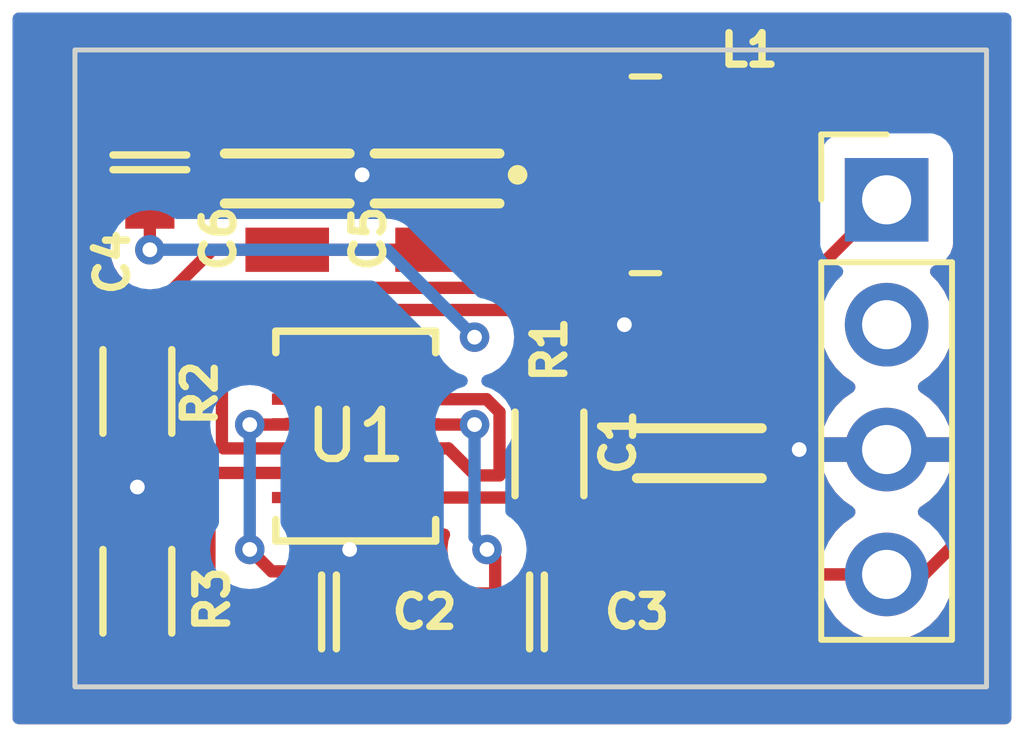
<source format=kicad_pcb>
(kicad_pcb (version 20221018) (generator pcbnew)
  (layers (0 "F.Cu" signal) (31 "B.Cu" signal) (34 "B.Paste" user) (35 "F.Paste" user) (36 "B.SilkS" user "B.Silkscreen") (37 "F.SilkS" user "F.Silkscreen") (38 "B.Mask" user) (39 "F.Mask" user) (44 "Edge.Cuts" user))
  (net 0 "")
  (net 1 "Net-(U1-PHASE)")
  (net 2 "/VOUT")
  (net 3 "Net-(U1-EN)")
  (net 4 "GND")
  (net 5 "Net-(U1-FB)")
  (net 7 "/SHDN")
  (net 8 "/VIN")
  (net 9 "Net-(U1-BOOT)")
  (net 10 "Net-(U1-COMP)")
  (footprint "PCM_4ms_Capacitor:C_1206" (layer "F.Cu") (at 147.828 80.846 90)
    (fp_text reference "C1" (at -0.508 -1.27 90) (layer "F.SilkS") (effects (font (size 0.65 0.65)) (justify left bottom)))
    (fp_text value "4.7uF_1206_lowESR" hide)
    (fp_line (start -0.508 -1.27) (end -0.508 1.27) (stroke (width 0.2032)) (layer "F.SilkS"))
    (fp_line (start 0.508 -1.27) (end 0.508 1.27) (stroke (width 0.2032)) (layer "F.SilkS"))
    (pad "1" smd rect (at -1.45 0 90) (size 0.9 1.7) (layers "F.Cu" "F.Paste" "F.Mask") (net 8 "/VIN"))
    (pad "2" smd rect (at 1.45 0 90) (size 0.9 1.7) (layers "F.Cu" "F.Paste" "F.Mask") (net 4 "GND"))
  )
  (footprint "PCM_4ms_Capacitor:C_0603" (layer "F.Cu") (at 140.296 84.074)
    (fp_text reference "C2" (at 1.944 0) (layer "F.SilkS") (effects (font (size 0.65 0.65))))
    (fp_text value "100nF_0603_16V" hide)
    (fp_line (start -0.15 -0.75) (end -0.15 0.75) (stroke (width 0.15)) (layer "F.SilkS"))
    (fp_line (start 0.15 0.75) (end 0.15 -0.75) (stroke (width 0.15)) (layer "F.SilkS"))
    (pad "1" smd rect (at -0.85 0) (size 1 1) (layers "F.Cu" "F.Paste" "F.Mask") (net 1 "Net-(U1-PHASE)"))
    (pad "2" smd rect (at 0.85 0) (size 1 1) (layers "F.Cu" "F.Paste" "F.Mask") (net 9 "Net-(U1-BOOT)"))
  )
  (footprint "footprints:DFN12_4X3_INR" (layer "F.Cu") (at 140.84 80.498)
    (fp_text reference "U1" (at 0 0 unlocked) (layer "F.SilkS"))
    (fp_text value "ISL85415FRZ")
    (fp_line (start -1.6256 -2.1336) (end -1.6256 -1.69704) (stroke (width 0.1524)) (layer "F.SilkS"))
    (fp_line (start -1.6256 1.69704) (end -1.6256 2.1336) (stroke (width 0.1524)) (layer "F.SilkS"))
    (fp_line (start -1.6256 2.1336) (end 1.6256 2.1336) (stroke (width 0.1524)) (layer "F.SilkS"))
    (fp_line (start 1.6256 -2.1336) (end -1.6256 -2.1336) (stroke (width 0.1524)) (layer "F.SilkS"))
    (fp_line (start 1.6256 -1.69704) (end 1.6256 -2.1336) (stroke (width 0.1524)) (layer "F.SilkS"))
    (fp_line (start 1.6256 2.1336) (end 1.6256 1.69704) (stroke (width 0.1524)) (layer "F.SilkS"))
    (pad "1" smd rect (at -1.4 -1.25) (size 0.6096 0.2286) (layers "F.Cu" "F.Paste" "F.Mask") (net 10 "Net-(U1-COMP)"))
    (pad "2" smd rect (at -1.4 -0.750001) (size 0.6096 0.2286) (layers "F.Cu" "F.Paste" "F.Mask") (net 4 "GND"))
    (pad "3" smd rect (at -1.4 -0.25) (size 0.6096 0.2286) (layers "F.Cu" "F.Paste" "F.Mask") (net 9 "Net-(U1-BOOT)"))
    (pad "4" smd rect (at -1.4 0.25) (size 0.6096 0.2286) (layers "F.Cu" "F.Paste" "F.Mask") (net 8 "/VIN"))
    (pad "5" smd rect (at -1.4 0.750001) (size 0.6096 0.2286) (layers "F.Cu" "F.Paste" "F.Mask") (net 1 "Net-(U1-PHASE)"))
    (pad "6" smd rect (at -1.4 1.25) (size 0.6096 0.2286) (layers "F.Cu" "F.Paste" "F.Mask") (net 4 "GND"))
    (pad "7" smd rect (at 1.4 1.25) (size 0.6096 0.2286) (layers "F.Cu" "F.Paste" "F.Mask") (net 3 "Net-(U1-EN)"))
    (pad "8" smd rect (at 1.4 0.750001) (size 0.6096 0.2286) (layers "F.Cu" "F.Paste" "F.Mask"))
    (pad "9" smd rect (at 1.4 0.25) (size 0.6096 0.2286) (layers "F.Cu" "F.Paste" "F.Mask") (net 10 "Net-(U1-COMP)"))
    (pad "10" smd rect (at 1.4 -0.25) (size 0.6096 0.2286) (layers "F.Cu" "F.Paste" "F.Mask") (net 5 "Net-(U1-FB)"))
    (pad "11" smd rect (at 1.4 -0.750001) (size 0.6096 0.2286) (layers "F.Cu" "F.Paste" "F.Mask") (net 10 "Net-(U1-COMP)"))
    (pad "12" smd rect (at 1.4 -1.25) (size 0.6096 0.2286) (layers "F.Cu" "F.Paste" "F.Mask") (net 10 "Net-(U1-COMP)"))
    (pad "13" smd rect (at 0 0) (size 1.7018 3.302) (layers "F.Cu" "F.Paste" "F.Mask") (net 4 "GND"))
  )
  (footprint "PCM_4ms_Capacitor:C_0603" (layer "F.Cu") (at 144.526 84.074 180)
    (fp_text reference "C3" (at -2.032 0) (layer "F.SilkS") (effects (font (size 0.65 0.65))))
    (fp_text value "18pF_0603_50V" hide)
    (fp_line (start -0.15 -0.75) (end -0.15 0.75) (stroke (width 0.15)) (layer "F.SilkS"))
    (fp_line (start 0.15 0.75) (end 0.15 -0.75) (stroke (width 0.15)) (layer "F.SilkS"))
    (pad "1" smd rect (at -0.85 0 180) (size 1 1) (layers "F.Cu" "F.Paste" "F.Mask") (net 2 "/VOUT"))
    (pad "2" smd rect (at 0.85 0 180) (size 1 1) (layers "F.Cu" "F.Paste" "F.Mask") (net 5 "Net-(U1-FB)"))
  )
  (footprint "PCM_4ms_Resistor:R_0603" (layer "F.Cu") (at 144.78 80.86 -90)
    (fp_text reference "R1" (at -2.12 0 90) (layer "F.SilkS") (effects (font (size 0.65 0.65))))
    (fp_text value "100k_0603" hide)
    (fp_line (start -0.85 -0.7) (end 0.85 -0.7) (stroke (width 0.15)) (layer "F.SilkS"))
    (fp_line (start 0.85 0.7) (end -0.85 0.7) (stroke (width 0.15)) (layer "F.SilkS"))
    (pad "1" smd rect (at -0.85 0 270) (size 1 1) (layers "F.Cu" "F.Paste" "F.Mask") (net 8 "/VIN"))
    (pad "2" smd rect (at 0.85 0 270) (size 1 1) (layers "F.Cu" "F.Paste" "F.Mask") (net 3 "Net-(U1-EN)"))
  )
  (footprint "TYS4012100:IND_TYS4012100M-10" (layer "F.Cu") (at 146.732 75.184)
    (fp_text reference "L1" (at 2.112 -2.54) (layer "F.SilkS") (effects (font (size 0.64 0.64))))
    (fp_text value "47u" hide)
    (fp_line (start -0.28 -2) (end 0.28 -2) (stroke (width 0.127)) (layer "F.SilkS"))
    (fp_line (start -0.28 2) (end 0.28 2) (stroke (width 0.127)) (layer "F.SilkS"))
    (fp_circle (center -2.6 0) (end -2.5 0) (stroke (width 0.2)) (fill none) (layer "F.SilkS"))
    (pad "1" smd rect (at -1.35 0) (size 1.5 4) (layers "F.Cu" "F.Paste" "F.Mask") (net 1 "Net-(U1-PHASE)"))
    (pad "2" smd rect (at 1.35 0) (size 1.5 4) (layers "F.Cu" "F.Paste" "F.Mask") (net 2 "/VOUT"))
  )
  (footprint "PCM_4ms_Resistor:R_0603" (layer "F.Cu") (at 136.398 83.654 90)
    (fp_text reference "R3" (at -0.166 1.524 90) (layer "F.SilkS") (effects (font (size 0.65 0.65))))
    (fp_text value "6.81k" hide)
    (fp_line (start -0.85 -0.7) (end 0.85 -0.7) (stroke (width 0.15)) (layer "F.SilkS"))
    (fp_line (start 0.85 0.7) (end -0.85 0.7) (stroke (width 0.15)) (layer "F.SilkS"))
    (pad "1" smd rect (at -0.85 0 90) (size 1 1) (layers "F.Cu" "F.Paste" "F.Mask") (net 5 "Net-(U1-FB)"))
    (pad "2" smd rect (at 0.85 0 90) (size 1 1) (layers "F.Cu" "F.Paste" "F.Mask") (net 4 "GND"))
  )
  (footprint "Connector_PinHeader_2.54mm:PinHeader_1x04_P2.54mm_Vertical" (layer "F.Cu") (at 151.638 75.692)
    (fp_text reference "J1" hide)
    (fp_text value "Screw_Terminal_01x04" hide)
    (fp_line (start -1.33 -1.33) (end 0 -1.33) (stroke (width 0.12)) (layer "F.SilkS"))
    (fp_line (start -1.33 0) (end -1.33 -1.33) (stroke (width 0.12)) (layer "F.SilkS"))
    (fp_line (start -1.33 1.27) (end -1.33 8.95) (stroke (width 0.12)) (layer "F.SilkS"))
    (fp_line (start -1.33 1.27) (end 1.33 1.27) (stroke (width 0.12)) (layer "F.SilkS"))
    (fp_line (start -1.33 8.95) (end 1.33 8.95) (stroke (width 0.12)) (layer "F.SilkS"))
    (fp_line (start 1.33 1.27) (end 1.33 8.95) (stroke (width 0.12)) (layer "F.SilkS"))
    (pad "1" thru_hole rect (at 0 0) (size 1.7 1.7) (drill 1) (layers "*.Cu" "*.Mask") (net 8 "/VIN"))
    (pad "2" thru_hole oval (at 0 2.54) (size 1.7 1.7) (drill 1) (layers "*.Cu" "*.Mask") (net 7 "/SHDN"))
    (pad "3" thru_hole oval (at 0 5.08) (size 1.7 1.7) (drill 1) (layers "*.Cu" "*.Mask") (net 4 "GND"))
    (pad "4" thru_hole oval (at 0 7.62) (size 1.7 1.7) (drill 1) (layers "*.Cu" "*.Mask") (net 2 "/VOUT"))
  )
  (footprint "PCM_4ms_Capacitor:C_1206" (layer "F.Cu") (at 139.446 75.258 90)
    (fp_text reference "C6" (at -1.958 -1.016 90) (layer "F.SilkS") (effects (font (size 0.65 0.65)) (justify left bottom)))
    (fp_text value "4.7uF_1206_lowESR" hide)
    (fp_line (start -0.508 -1.27) (end -0.508 1.27) (stroke (width 0.2032)) (layer "F.SilkS"))
    (fp_line (start 0.508 -1.27) (end 0.508 1.27) (stroke (width 0.2032)) (layer "F.SilkS"))
    (pad "1" smd rect (at -1.45 0 90) (size 0.9 1.7) (layers "F.Cu" "F.Paste" "F.Mask") (net 2 "/VOUT"))
    (pad "2" smd rect (at 1.45 0 90) (size 0.9 1.7) (layers "F.Cu" "F.Paste" "F.Mask") (net 4 "GND"))
  )
  (footprint "PCM_4ms_Capacitor:C_1206" (layer "F.Cu") (at 142.494 75.258 90)
    (fp_text reference "C5" (at -1.958 -1.016 90) (layer "F.SilkS") (effects (font (size 0.65 0.65)) (justify left bottom)))
    (fp_text value "4.7uF_1206_lowESR" hide)
    (fp_line (start -0.508 -1.27) (end -0.508 1.27) (stroke (width 0.2032)) (layer "F.SilkS"))
    (fp_line (start 0.508 -1.27) (end 0.508 1.27) (stroke (width 0.2032)) (layer "F.SilkS"))
    (pad "1" smd rect (at -1.45 0 90) (size 0.9 1.7) (layers "F.Cu" "F.Paste" "F.Mask") (net 2 "/VOUT"))
    (pad "2" smd rect (at 1.45 0 90) (size 0.9 1.7) (layers "F.Cu" "F.Paste" "F.Mask") (net 4 "GND"))
  )
  (footprint "PCM_4ms_Capacitor:C_0603" (layer "F.Cu") (at 136.652 74.93 90)
    (fp_text reference "C4" (at -2.032 -0.762 90) (layer "F.SilkS") (effects (font (size 0.65 0.65))))
    (fp_text value "1uF_0603_25V" hide)
    (fp_line (start -0.15 -0.75) (end -0.15 0.75) (stroke (width 0.15)) (layer "F.SilkS"))
    (fp_line (start 0.15 0.75) (end 0.15 -0.75) (stroke (width 0.15)) (layer "F.SilkS"))
    (pad "1" smd rect (at -0.85 0 90) (size 1 1) (layers "F.Cu" "F.Paste" "F.Mask") (net 10 "Net-(U1-COMP)"))
    (pad "2" smd rect (at 0.85 0 90) (size 1 1) (layers "F.Cu" "F.Paste" "F.Mask") (net 4 "GND"))
  )
  (footprint "PCM_4ms_Resistor:R_0603" (layer "F.Cu") (at 136.398 79.59 90)
    (fp_text reference "R2" (at -0.04 1.27 90) (layer "F.SilkS") (effects (font (size 0.65 0.65))))
    (fp_text value "130k" hide)
    (fp_line (start -0.85 -0.7) (end 0.85 -0.7) (stroke (width 0.15)) (layer "F.SilkS"))
    (fp_line (start 0.85 0.7) (end -0.85 0.7) (stroke (width 0.15)) (layer "F.SilkS"))
    (pad "1" smd rect (at -0.85 0 90) (size 1 1) (layers "F.Cu" "F.Paste" "F.Mask") (net 5 "Net-(U1-FB)"))
    (pad "2" smd rect (at 0.85 0 90) (size 1 1) (layers "F.Cu" "F.Paste" "F.Mask") (net 2 "/VOUT"))
  )
  (gr_rect (start 135.128 72.644) (end 153.67 85.598) (stroke (width 0.1)) (fill none) (layer "Edge.Cuts"))
  (segment (start 139.446 84.074) (end 138.176 84.074) (width 0.25) (layer "F.Cu") (net 1))
  (segment (start 143.669 77.483) (end 145.382 75.77) (width 0.25) (layer "F.Cu") (net 1))
  (segment (start 137.668 78.486) (end 138.671 77.483) (width 0.25) (layer "F.Cu") (net 1))
  (segment (start 137.864 81.269604) (end 137.668 81.073604) (width 0.25) (layer "F.Cu") (net 1))
  (segment (start 137.864 81.269604) (end 137.885603 81.248001) (width 0.25) (layer "F.Cu") (net 1))
  (segment (start 137.885603 81.248001) (end 139.44 81.248001) (width 0.25) (layer "F.Cu") (net 1))
  (segment (start 138.671 77.483) (end 143.669 77.483) (width 0.25) (layer "F.Cu") (net 1))
  (segment (start 137.668 81.073604) (end 137.668 78.486) (width 0.25) (layer "F.Cu") (net 1))
  (segment (start 138.176 84.074) (end 137.864 83.762) (width 0.25) (layer "F.Cu") (net 1))
  (segment (start 137.864 83.762) (end 137.864 81.269604) (width 0.25) (layer "F.Cu") (net 1))
  (segment (start 145.382 75.77) (end 145.382 75.184) (width 0.25) (layer "F.Cu") (net 1))
  (segment (start 143.221604 76.708) (end 144.307 75.622604) (width 0.25) (layer "F.Cu") (net 2))
  (segment (start 139.446 76.708) (end 142.494 76.708) (width 0.25) (layer "F.Cu") (net 2))
  (segment (start 149.86 83.312) (end 151.638 83.312) (width 0.25) (layer "F.Cu") (net 2))
  (segment (start 146.558 83.312) (end 145.796 84.074) (width 0.25) (layer "F.Cu") (net 2))
  (segment (start 150.759701 83.312) (end 149.86 83.312) (width 0.25) (layer "F.Cu") (net 2))
  (segment (start 136.398 78.232) (end 137.922 76.708) (width 0.25) (layer "F.Cu") (net 2))
  (segment (start 153.162 82.55) (end 152.4 83.312) (width 0.25) (layer "F.Cu") (net 2))
  (segment (start 147.828 72.644) (end 148.082 72.898) (width 0.25) (layer "F.Cu") (net 2))
  (segment (start 152.4 83.312) (end 151.638 83.312) (width 0.25) (layer "F.Cu") (net 2))
  (segment (start 137.922 76.708) (end 139.446 76.708) (width 0.25) (layer "F.Cu") (net 2))
  (segment (start 148.082 72.898) (end 148.082 75.184) (width 0.25) (layer "F.Cu") (net 2))
  (segment (start 145.796 84.074) (end 145.376 84.074) (width 0.25) (layer "F.Cu") (net 2))
  (segment (start 149.606 73.66) (end 152.908 73.66) (width 0.25) (layer "F.Cu") (net 2))
  (segment (start 144.522 72.644) (end 147.828 72.644) (width 0.25) (layer "F.Cu") (net 2))
  (segment (start 148.082 75.184) (end 149.606 73.66) (width 0.25) (layer "F.Cu") (net 2))
  (segment (start 144.307 72.859) (end 144.522 72.644) (width 0.25) (layer "F.Cu") (net 2))
  (segment (start 153.162 73.914) (end 153.162 82.55) (width 0.25) (layer "F.Cu") (net 2))
  (segment (start 149.86 83.312) (end 146.558 83.312) (width 0.25) (layer "F.Cu") (net 2))
  (segment (start 144.307 75.622604) (end 144.307 72.859) (width 0.25) (layer "F.Cu") (net 2))
  (segment (start 136.398 78.74) (end 136.398 78.232) (width 0.25) (layer "F.Cu") (net 2))
  (segment (start 152.908 73.66) (end 153.162 73.914) (width 0.25) (layer "F.Cu") (net 2))
  (segment (start 142.24 81.748) (end 144.742 81.748) (width 0.25) (layer "F.Cu") (net 3))
  (segment (start 144.742 81.748) (end 144.78 81.71) (width 0.25) (layer "F.Cu") (net 3))
  (segment (start 140.84 80.917101) (end 140.84 80.498) (width 0.25) (layer "F.Cu") (net 4))
  (segment (start 140.089999 79.747999) (end 140.84 80.498) (width 0.25) (layer "F.Cu") (net 4))
  (segment (start 139.44 79.747999) (end 140.089999 79.747999) (width 0.25) (layer "F.Cu") (net 4))
  (segment (start 140.009101 81.748) (end 140.84 80.917101) (width 0.25) (layer "F.Cu") (net 4))
  (segment (start 139.44 81.748) (end 140.009101 81.748) (width 0.25) (layer "F.Cu") (net 4))
  (via (at 146.304 78.232) (size 0.6) (drill 0.3) (layers "F.Cu" "B.Cu") (net 4))
  (via (at 140.716 82.804) (size 0.6) (drill 0.3) (layers "F.Cu" "B.Cu") (net 4))
  (via (at 140.97 75.184) (size 0.6) (drill 0.3) (layers "F.Cu" "B.Cu") (net 4))
  (via (at 149.86 80.772) (size 0.6) (drill 0.3) (layers "F.Cu" "B.Cu") (net 4))
  (via (at 136.398 81.534) (size 0.6) (drill 0.3) (layers "F.Cu" "B.Cu") (net 4))
  (segment (start 136.222 80.44) (end 136.398 80.44) (width 0.25) (layer "F.Cu") (net 5))
  (segment (start 137.414 84.2) (end 138.304 85.09) (width 0.25) (layer "F.Cu") (net 5))
  (segment (start 143.51 82.804) (end 143.676 82.97) (width 0.25) (layer "F.Cu") (net 5))
  (segment (start 143.51 85.09) (end 143.676 84.924) (width 0.25) (layer "F.Cu") (net 5))
  (segment (start 137.414 81.456) (end 137.414 84.2) (width 0.25) (layer "F.Cu") (net 5))
  (segment (start 142.256 80.264) (end 142.24 80.248) (width 0.25) (layer "F.Cu") (net 5))
  (segment (start 143.256 80.264) (end 142.256 80.264) (width 0.25) (layer "F.Cu") (net 5))
  (segment (start 135.382 81.28) (end 136.222 80.44) (width 0.25) (layer "F.Cu") (net 5))
  (segment (start 143.676 84.924) (end 143.676 84.074) (width 0.25) (layer "F.Cu") (net 5))
  (segment (start 143.676 82.97) (end 143.676 84.074) (width 0.25) (layer "F.Cu") (net 5))
  (segment (start 138.304 85.09) (end 143.51 85.09) (width 0.25) (layer "F.Cu") (net 5))
  (segment (start 136.398 84.504) (end 135.382 83.488) (width 0.25) (layer "F.Cu") (net 5))
  (segment (start 136.398 80.44) (end 137.414 81.456) (width 0.25) (layer "F.Cu") (net 5))
  (segment (start 135.382 83.488) (end 135.382 81.28) (width 0.25) (layer "F.Cu") (net 5))
  (via (at 143.256 80.264) (size 0.6) (drill 0.3) (layers "F.Cu" "B.Cu") (net 5))
  (via (at 143.51 82.804) (size 0.6) (drill 0.3) (layers "F.Cu" "B.Cu") (net 5))
  (segment (start 143.256 82.55) (end 143.51 82.804) (width 0.25) (layer "B.Cu") (net 5))
  (segment (start 143.256 80.264) (end 143.256 82.55) (width 0.25) (layer "B.Cu") (net 5))
  (segment (start 138.118 80.714) (end 138.118 78.672396) (width 0.25) (layer "F.Cu") (net 8))
  (segment (start 146.304 82.042) (end 146.558 82.296) (width 0.25) (layer "F.Cu") (net 8))
  (segment (start 138.118 78.672396) (end 138.857396 77.933) (width 0.25) (layer "F.Cu") (net 8))
  (segment (start 144.78 78.74) (end 144.78 80.01) (width 0.25) (layer "F.Cu") (net 8))
  (segment (start 138.152 80.748) (end 138.118 80.714) (width 0.25) (layer "F.Cu") (net 8))
  (segment (start 147.828 82.296) (end 149.098 82.296) (width 0.25) (layer "F.Cu") (net 8))
  (segment (start 149.098 78.232) (end 151.638 75.692) (width 0.25) (layer "F.Cu") (net 8))
  (segment (start 138.857396 77.933) (end 143.973 77.933) (width 0.25) (layer "F.Cu") (net 8))
  (segment (start 143.973 77.933) (end 144.78 78.74) (width 0.25) (layer "F.Cu") (net 8))
  (segment (start 149.098 82.296) (end 149.098 78.232) (width 0.25) (layer "F.Cu") (net 8))
  (segment (start 146.558 82.296) (end 147.828 82.296) (width 0.25) (layer "F.Cu") (net 8))
  (segment (start 139.44 80.748) (end 138.152 80.748) (width 0.25) (layer "F.Cu") (net 8))
  (segment (start 144.78 80.01) (end 146.304 81.534) (width 0.25) (layer "F.Cu") (net 8))
  (segment (start 146.304 81.534) (end 146.304 82.042) (width 0.25) (layer "F.Cu") (net 8))
  (segment (start 140.208 83.249) (end 141.033 84.074) (width 0.25) (layer "F.Cu") (net 9))
  (segment (start 138.684 82.804) (end 139.129 83.249) (width 0.25) (layer "F.Cu") (net 9))
  (segment (start 141.033 84.074) (end 141.146 84.074) (width 0.25) (layer "F.Cu") (net 9))
  (segment (start 139.129 83.249) (end 140.208 83.249) (width 0.25) (layer "F.Cu") (net 9))
  (segment (start 138.684 80.264) (end 139.424 80.264) (width 0.25) (layer "F.Cu") (net 9))
  (segment (start 139.424 80.264) (end 139.44 80.248) (width 0.25) (layer "F.Cu") (net 9))
  (via (at 138.684 82.804) (size 0.6) (drill 0.3) (layers "F.Cu" "B.Cu") (net 9))
  (via (at 138.684 80.264) (size 0.6) (drill 0.3) (layers "F.Cu" "B.Cu") (net 9))
  (segment (start 138.684 80.264) (end 138.684 82.804) (width 0.25) (layer "B.Cu") (net 9))
  (segment (start 143.764 80.01) (end 143.501999 79.747999) (width 0.25) (layer "F.Cu") (net 10))
  (segment (start 142.24 80.748) (end 142.724 80.748) (width 0.25) (layer "F.Cu") (net 10))
  (segment (start 136.652 76.708) (end 136.652 75.78) (width 0.25) (layer "F.Cu") (net 10))
  (segment (start 139.44 78.8837) (end 139.8017 78.522) (width 0.25) (layer "F.Cu") (net 10))
  (segment (start 143.764 81.298) (end 143.764 80.01) (width 0.25) (layer "F.Cu") (net 10))
  (segment (start 142.24 79.248) (end 142.24 79.747999) (width 0.25) (layer "F.Cu") (net 10))
  (segment (start 139.44 79.248) (end 139.44 78.8837) (width 0.25) (layer "F.Cu") (net 10))
  (segment (start 142.724 80.748) (end 143.274 81.298) (width 0.25) (layer "F.Cu") (net 10))
  (segment (start 142.24 78.7461) (end 142.24 79.248) (width 0.25) (layer "F.Cu") (net 10))
  (segment (start 143.501999 79.747999) (end 142.24 79.747999) (width 0.25) (layer "F.Cu") (net 10))
  (segment (start 143.274 81.298) (end 143.764 81.298) (width 0.25) (layer "F.Cu") (net 10))
  (segment (start 142.0159 78.522) (end 142.24 78.7461) (width 0.25) (layer "F.Cu") (net 10))
  (segment (start 139.8017 78.522) (end 142.0159 78.522) (width 0.25) (layer "F.Cu") (net 10))
  (via (at 136.652 76.708) (size 0.6) (drill 0.3) (layers "F.Cu" "B.Cu") (net 10))
  (via (at 143.256 78.486) (size 0.6) (drill 0.3) (layers "F.Cu" "B.Cu") (net 10))
  (segment (start 143.256 78.486) (end 141.478 76.708) (width 0.25) (layer "B.Cu") (net 10))
  (segment (start 141.478 76.708) (end 136.652 76.708) (width 0.25) (layer "B.Cu") (net 10))
  (zone (net 4) (net_name "GND") (layer "F.Cu") (connect_pads (clearance 0.5)) (min_thickness 0.25) (fill yes (thermal_gap 0.5) (thermal_bridge_width 0.5))
    (polygon (pts (xy 133.858 71.882) (xy 154.178 71.882) (xy 154.178 86.36) (xy 133.858 86.36)))
  )
  (zone (net 4) (net_name "GND") (layer "B.Cu") (priority 1) (connect_pads (clearance 0.5)) (min_thickness 0.25) (fill yes (thermal_gap 0.5) (thermal_bridge_width 0.5))
    (polygon (pts (xy 133.604 71.628) (xy 154.432 71.628) (xy 154.432 86.614) (xy 133.604 86.614)))
  )
)
</source>
